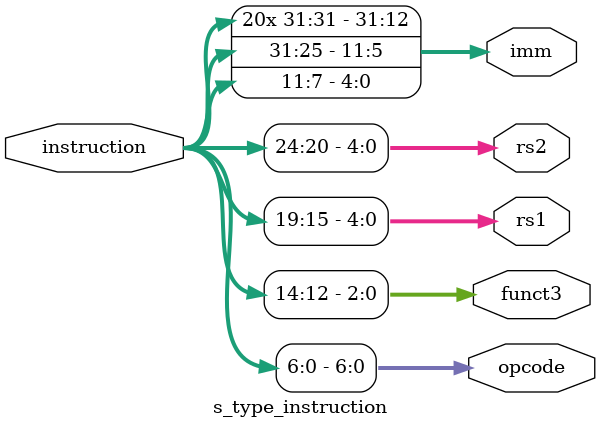
<source format=v>
module s_type_instruction(
    input  [31:0] instruction,
    output [6:0] opcode,
    output [2:0] funct3,
    output [4:0] rs1, rs2,
    output reg [31:0] imm  // Sign-extended immediate
);
    assign opcode  = instruction[6:0];   
    assign funct3  = instruction[14:12]; 
    assign rs1     = instruction[19:15]; 
    assign rs2     = instruction[24:20]; 

    always @(*) begin
        imm = {{20{instruction[31]}}, instruction[31:25], instruction[11:7]}; // Sign-extend
    end
endmodule


</source>
